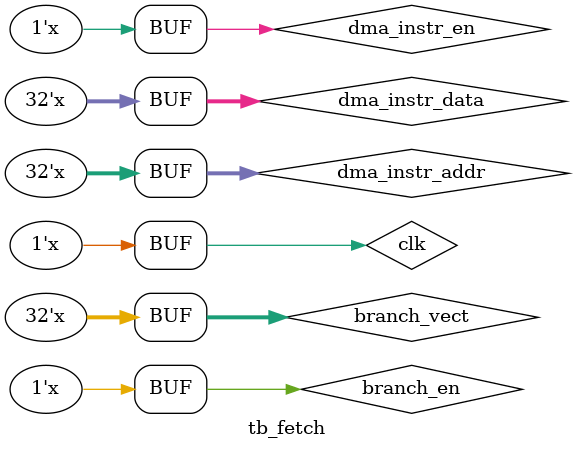
<source format=v>
`timescale 1ns / 1ps



module tb_fetch;
    reg clk = 0;
    reg [31:0] branch_vect;
    reg branch_en;

    reg dma_instr_en;
    reg [31:0] dma_instr_addr;
    reg [31:0] dma_instr_data;

    wire [31:0] instruction;
    wire instruction_valid;
    wire [31:0] pc_val;

     fetch_top fetch(
        //inputs
        .clk(clk),
        .branch_vect(branch_vect),
        .branch_en(branch_en),
        .dma_instr_write_en(dma_instr_en),
        .dma_instr_addr(dma_instr_addr),
        .dma_instr_write_data(dma_instr_data),
        //outputs
        .instruction(instruction),
        .instr_valid(instruction_valid),
        .pc_val(pc_val)
    );


    reg [31:0] mi [0 : 2];
    initial begin
        dma_instr_en = 1;
        mi[0] <= 32'h00600093;
        mi[1] <= 32'h00700113;
        mi[2] <= 32'h002081b3;
    end
    always begin
        #20 clk <= clk + 1;
    end


    reg [29:0] ctr = 0;
    always @(posedge clk) begin
        ctr <= ctr + 1;
    end
    always @(*) begin
        case(ctr) 
            0 : begin
                dma_instr_en = 1;
                dma_instr_addr = 32'd0;
                dma_instr_data = mi[0];
                branch_en = 0;
            end
            1 : begin
                dma_instr_en = 1;
                dma_instr_addr = 32'd4;
                dma_instr_data = mi[1];
                 branch_en = 0;
            end
            2 : begin
                dma_instr_en = 1;
                dma_instr_addr = 32'd8;
                dma_instr_data = mi[2];
                 branch_en = 0;
            end
            3 : 
            begin
                dma_instr_en = 0;
                dma_instr_addr = 32'dx;
                dma_instr_data = 32'dx;
                branch_en = 0;
            end
            4 : begin
                dma_instr_en = 0;
                dma_instr_addr = 32'dx;
                dma_instr_data = 32'dx;
                 branch_en = 0;
            end
            5 :  begin
                dma_instr_en = 0;
                dma_instr_addr = 32'dx;
                dma_instr_data = 32'dx;
                branch_en = 1;
                branch_vect = 32'd0;
                //ctr <= 3;
            end
            6 : begin
                ctr <= 3;                
            end
            endcase

    end
endmodule
</source>
